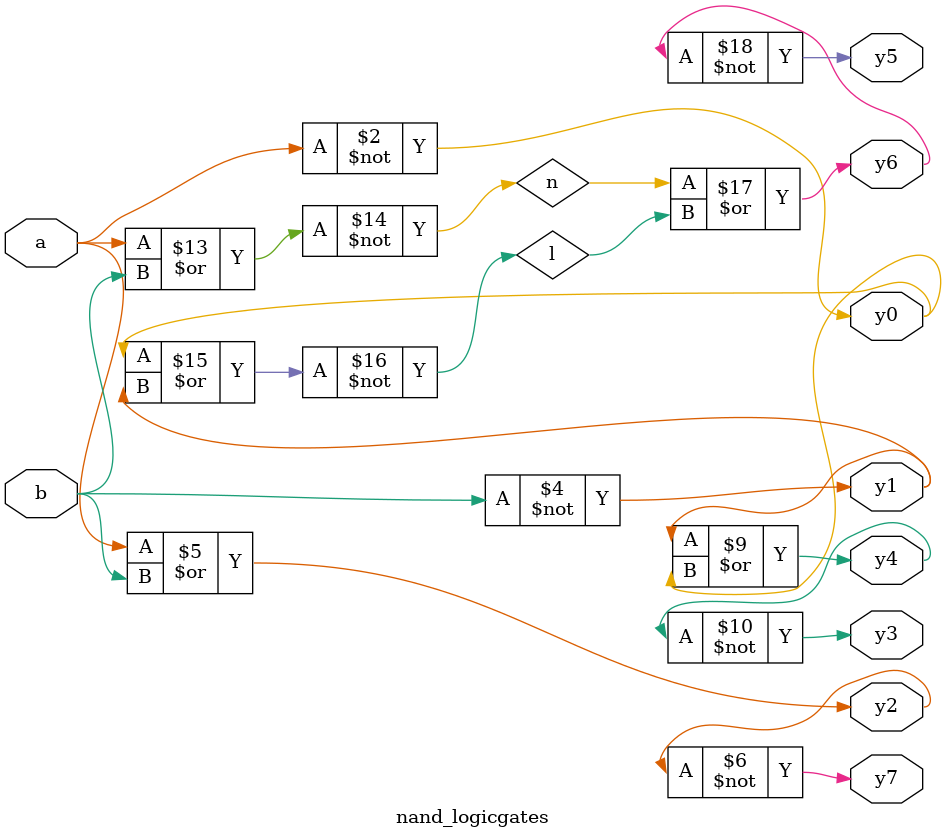
<source format=v>
module nand_logicgates (a, b,y0, y1, y2, y3, y4, y5, y6, y7);
input a, b;
 output y0, y1, y2, y3, y4, y5, y6, y7;
 wire n,l;
 
  nor(y0, a, a);  //Not of a 
  nor(y1,b,b);    //NOT of b
  nor(y7,a,b);    //NOR  
  nor(y2,y7,y7);  //OR  (~NOR)
  nor(y3,y1,y0);  //AND buubled NOR 
  nor(y4,y3,y3);  //NAND (~AND)
  nor(n,a,b);
  nor(l,y0,y1);
  nor(y5,n,l);   //XOR
  nor(y6,y5,y5); //XNOR 
 
endmodule
</source>
